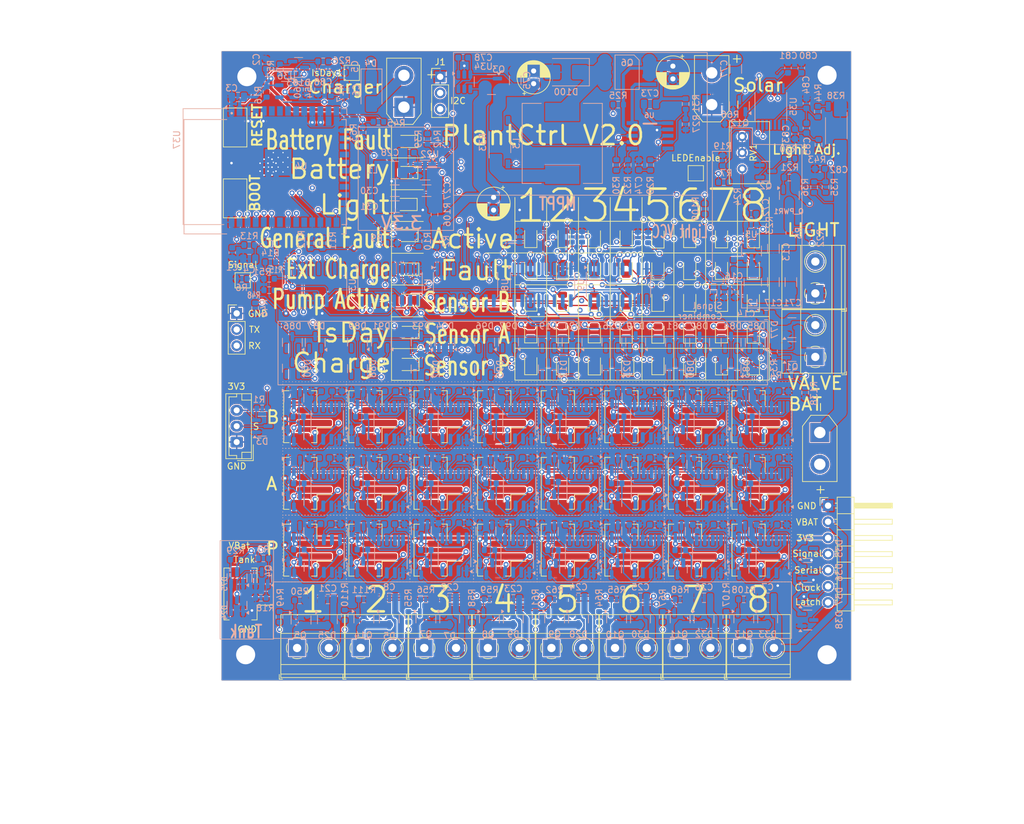
<source format=kicad_pcb>
(kicad_pcb
	(version 20240108)
	(generator "pcbnew")
	(generator_version "8.0")
	(general
		(thickness 1.6)
		(legacy_teardrops no)
	)
	(paper "A4")
	(layers
		(0 "F.Cu" signal)
		(1 "In1.Cu" signal)
		(2 "In2.Cu" signal)
		(31 "B.Cu" signal)
		(32 "B.Adhes" user "B.Adhesive")
		(33 "F.Adhes" user "F.Adhesive")
		(34 "B.Paste" user)
		(35 "F.Paste" user)
		(36 "B.SilkS" user "B.Silkscreen")
		(37 "F.SilkS" user "F.Silkscreen")
		(38 "B.Mask" user)
		(39 "F.Mask" user)
		(40 "Dwgs.User" user "User.Drawings")
		(41 "Cmts.User" user "User.Comments")
		(42 "Eco1.User" user "User.Eco1")
		(43 "Eco2.User" user "User.Eco2")
		(44 "Edge.Cuts" user)
		(45 "Margin" user)
		(46 "B.CrtYd" user "B.Courtyard")
		(47 "F.CrtYd" user "F.Courtyard")
		(48 "B.Fab" user)
		(49 "F.Fab" user)
	)
	(setup
		(stackup
			(layer "F.SilkS"
				(type "Top Silk Screen")
			)
			(layer "F.Paste"
				(type "Top Solder Paste")
			)
			(layer "F.Mask"
				(type "Top Solder Mask")
				(thickness 0.01)
			)
			(layer "F.Cu"
				(type "copper")
				(thickness 0.035)
			)
			(layer "dielectric 1"
				(type "prepreg")
				(thickness 0.1)
				(material "FR4")
				(epsilon_r 4.5)
				(loss_tangent 0.02)
			)
			(layer "In1.Cu"
				(type "copper")
				(thickness 0.035)
			)
			(layer "dielectric 2"
				(type "core")
				(thickness 1.24)
				(material "FR4")
				(epsilon_r 4.5)
				(loss_tangent 0.02)
			)
			(layer "In2.Cu"
				(type "copper")
				(thickness 0.035)
			)
			(layer "dielectric 3"
				(type "prepreg")
				(thickness 0.1)
				(material "FR4")
				(epsilon_r 4.5)
				(loss_tangent 0.02)
			)
			(layer "B.Cu"
				(type "copper")
				(thickness 0.035)
			)
			(layer "B.Mask"
				(type "Bottom Solder Mask")
				(thickness 0.01)
			)
			(layer "B.Paste"
				(type "Bottom Solder Paste")
			)
			(layer "B.SilkS"
				(type "Bottom Silk Screen")
			)
			(copper_finish "HAL lead-free")
			(dielectric_constraints no)
		)
		(pad_to_mask_clearance 0.05)
		(allow_soldermask_bridges_in_footprints no)
		(aux_axis_origin 68.58 26.67)
		(grid_origin 68.58 26.67)
		(pcbplotparams
			(layerselection 0x003ffff_ffffffff)
			(plot_on_all_layers_selection 0x0000000_00000000)
			(disableapertmacros no)
			(usegerberextensions no)
			(usegerberattributes no)
			(usegerberadvancedattributes no)
			(creategerberjobfile no)
			(dashed_line_dash_ratio 12.000000)
			(dashed_line_gap_ratio 3.000000)
			(svgprecision 4)
			(plotframeref no)
			(viasonmask no)
			(mode 1)
			(useauxorigin no)
			(hpglpennumber 1)
			(hpglpenspeed 20)
			(hpglpendiameter 15.000000)
			(pdf_front_fp_property_popups yes)
			(pdf_back_fp_property_popups yes)
			(dxfpolygonmode yes)
			(dxfimperialunits yes)
			(dxfusepcbnewfont yes)
			(psnegative no)
			(psa4output no)
			(plotreference yes)
			(plotvalue yes)
			(plotfptext yes)
			(plotinvisibletext no)
			(sketchpadsonfab no)
			(subtractmaskfromsilk no)
			(outputformat 1)
			(mirror no)
			(drillshape 0)
			(scaleselection 1)
			(outputdirectory "gerber/")
		)
	)
	(net 0 "")
	(net 1 "EN")
	(net 2 "VBAT")
	(net 3 "GND")
	(net 4 "Net-(S_A_1-Pin_1)")
	(net 5 "Net-(U10-CV)")
	(net 6 "Net-(D12-A)")
	(net 7 "unconnected-(D12-K-Pad2)")
	(net 8 "3_3V")
	(net 9 "Temp")
	(net 10 "unconnected-(D19-K-Pad2)")
	(net 11 "Net-(S_B_1-Pin_1)")
	(net 12 "Net-(D21-A)")
	(net 13 "Net-(U22-BST)")
	(net 14 "Net-(PUMP2-Pin_1)")
	(net 15 "PUMP_ENABLE")
	(net 16 "TANK_SENSOR")
	(net 17 "Net-(PUMP3-Pin_1)")
	(net 18 "Net-(PUMP4-Pin_1)")
	(net 19 "Net-(PUMP1-Pin_1)")
	(net 20 "Net-(PUMP5-Pin_1)")
	(net 21 "Net-(PUMP6-Pin_1)")
	(net 22 "Net-(PUMP7-Pin_1)")
	(net 23 "Net-(PUMP8-Pin_1)")
	(net 24 "SerialOut")
	(net 25 "Clock")
	(net 26 "Latch")
	(net 27 "Net-(Q1-G)")
	(net 28 "unconnected-(D21-K-Pad2)")
	(net 29 "ESP_RX")
	(net 30 "ESP_TX")
	(net 31 "Net-(Boot1-Pad2)")
	(net 32 "SDA")
	(net 33 "SCL")
	(net 34 "unconnected-(D23-K-Pad2)")
	(net 35 "Net-(D26-A)")
	(net 36 "Net-(D10-K)")
	(net 37 "Net-(Q5-G)")
	(net 38 "unconnected-(D26-K-Pad2)")
	(net 39 "Net-(Q7-G)")
	(net 40 "Net-(Q8-G)")
	(net 41 "Net-(Q9-G)")
	(net 42 "Net-(Q10-G)")
	(net 43 "Net-(Q11-G)")
	(net 44 "Net-(Q4-G)")
	(net 45 "Net-(Q13-G)")
	(net 46 "Net-(Q14-G)")
	(net 47 "Net-(D78-A)")
	(net 48 "Net-(D79-A)")
	(net 49 "Net-(C5-Pad2)")
	(net 50 "unconnected-(D79-K-Pad2)")
	(net 51 "Net-(U11-CV)")
	(net 52 "Net-(D19-A)")
	(net 53 "PUMP1")
	(net 54 "Net-(D23-A)")
	(net 55 "PUMP3")
	(net 56 "Net-(D80-A)")
	(net 57 "Net-(R14-Pad2)")
	(net 58 "PUMP4")
	(net 59 "PUMP5")
	(net 60 "PUMP6")
	(net 61 "PUMP7")
	(net 62 "PUMP8")
	(net 63 "PUMP2")
	(net 64 "unconnected-(U4-SENSOR_VP-Pad4)")
	(net 65 "unconnected-(U4-IO34-Pad6)")
	(net 66 "unconnected-(U4-IO35-Pad7)")
	(net 67 "Net-(D78-K)")
	(net 68 "unconnected-(U4-IO14-Pad13)")
	(net 69 "unconnected-(U4-IO12-Pad14)")
	(net 70 "unconnected-(D80-K-Pad2)")
	(net 71 "unconnected-(U4-SHD{slash}SD2-Pad17)")
	(net 72 "unconnected-(U4-SWP{slash}SD3-Pad18)")
	(net 73 "unconnected-(U4-SCS{slash}CMD-Pad19)")
	(net 74 "unconnected-(U4-SCK{slash}CLK-Pad20)")
	(net 75 "unconnected-(U4-SDO{slash}SD0-Pad21)")
	(net 76 "unconnected-(U4-SDI{slash}SD1-Pad22)")
	(net 77 "unconnected-(U4-IO15-Pad23)")
	(net 78 "unconnected-(U4-IO5-Pad29)")
	(net 79 "SIGNAL")
	(net 80 "SerialIn")
	(net 81 "unconnected-(U4-NC-Pad32)")
	(net 82 "SENSOR1_PUMP_END")
	(net 83 "SENSOR1_A")
	(net 84 "SENSOR1_B")
	(net 85 "SENSOR2_PUMP_END")
	(net 86 "SENSOR2_A")
	(net 87 "SENSOR2_B")
	(net 88 "SENSOR3_PUMP_END")
	(net 89 "SENSOR3_A")
	(net 90 "SENSOR3_B")
	(net 91 "SENSOR4_PUMP_END")
	(net 92 "SENSOR4_A")
	(net 93 "SENSOR4_B")
	(net 94 "SENSOR5_PUMP_END")
	(net 95 "SENSOR5_A")
	(net 96 "SENSOR5_B")
	(net 97 "SENSOR6_PUMP_END")
	(net 98 "SENSOR6_A")
	(net 99 "SENSOR6_B")
	(net 100 "SENSOR7_PUMP_END")
	(net 101 "SENSOR7_A")
	(net 102 "SENSOR7_B")
	(net 103 "SENSOR8_PUMP_END")
	(net 104 "SENSOR8_A")
	(net 105 "SENSOR8_B")
	(net 106 "Net-(D10-A)")
	(net 107 "Net-(D2-K)")
	(net 108 "Net-(S_P_2-Pin_1)")
	(net 109 "Net-(U12-CV)")
	(net 110 "Net-(S_A_2-Pin_1)")
	(net 111 "Net-(U13-CV)")
	(net 112 "Net-(U2-CV)")
	(net 113 "Net-(S_B_2-Pin_1)")
	(net 114 "Net-(U14-CV)")
	(net 115 "Net-(S_P_3-Pin_1)")
	(net 116 "Net-(U15-CV)")
	(net 117 "Net-(S_A_3-Pin_1)")
	(net 118 "Net-(U16-CV)")
	(net 119 "Net-(S_B_3-Pin_1)")
	(net 120 "Net-(U17-CV)")
	(net 121 "Net-(S_P_4-Pin_1)")
	(net 122 "Net-(U18-CV)")
	(net 123 "Net-(S_A_4-Pin_1)")
	(net 124 "Net-(U19-CV)")
	(net 125 "Net-(S_B_4-Pin_1)")
	(net 126 "Net-(U20-CV)")
	(net 127 "Net-(S_P_5-Pin_1)")
	(net 128 "Net-(U21-CV)")
	(net 129 "Net-(S_A_5-Pin_1)")
	(net 130 "Net-(U23-CV)")
	(net 131 "Net-(P_FAULT1-K)")
	(net 132 "Net-(P_FAULT2-K)")
	(net 133 "Net-(P_FAULT3-K)")
	(net 134 "Net-(P_FAULT4-K)")
	(net 135 "Net-(P_FAULT5-K)")
	(net 136 "Net-(P_FAULT6-K)")
	(net 137 "Net-(P_FAULT7-K)")
	(net 138 "Net-(P_FAULT8-K)")
	(net 139 "Net-(S_B_5-Pin_1)")
	(net 140 "Net-(U24-CV)")
	(net 141 "Net-(S_P_6-Pin_1)")
	(net 142 "Net-(U25-CV)")
	(net 143 "Net-(S_A_6-Pin_1)")
	(net 144 "Net-(U26-CV)")
	(net 145 "Net-(S_B_6-Pin_1)")
	(net 146 "Net-(U27-CV)")
	(net 147 "Net-(S_P_7-Pin_1)")
	(net 148 "Net-(U28-CV)")
	(net 149 "Net-(S_A_7-Pin_1)")
	(net 150 "Net-(U29-CV)")
	(net 151 "Net-(S_B_7-Pin_1)")
	(net 152 "Net-(U30-CV)")
	(net 153 "Net-(S_P_8-Pin_1)")
	(net 154 "Net-(U31-CV)")
	(net 155 "Net-(S_A_8-Pin_1)")
	(net 156 "Net-(U32-CV)")
	(net 157 "Net-(S_B_8-Pin_1)")
	(net 158 "Net-(U33-CV)")
	(net 159 "Net-(S_P_1-Pin_1)")
	(net 160 "Net-(S_P_1-Pin_2)")
	(net 161 "Net-(S_A_1-Pin_2)")
	(net 162 "Net-(S_B_1-Pin_2)")
	(net 163 "Net-(S_P_2-Pin_2)")
	(net 164 "Net-(S_A_2-Pin_2)")
	(net 165 "Net-(S_B_2-Pin_2)")
	(net 166 "Net-(S_P_3-Pin_2)")
	(net 167 "Net-(S_A_3-Pin_2)")
	(net 168 "Net-(S_B_3-Pin_2)")
	(net 169 "Net-(S_P_4-Pin_2)")
	(net 170 "Net-(S_A_4-Pin_2)")
	(net 171 "Net-(S_B_4-Pin_2)")
	(net 172 "Net-(S_P_5-Pin_2)")
	(net 173 "Net-(S_A_5-Pin_2)")
	(net 174 "Net-(S_B_5-Pin_2)")
	(net 175 "Net-(S_P_6-Pin_2)")
	(net 176 "Net-(S_A_6-Pin_2)")
	(net 177 "Net-(S_B_6-Pin_2)")
	(net 178 "Net-(S_P_7-Pin_2)")
	(net 179 "Net-(S_A_7-Pin_2)")
	(net 180 "Net-(S_B_7-Pin_2)")
	(net 181 "Net-(S_P_8-Pin_2)")
	(net 182 "Net-(S_A_8-Pin_2)")
	(net 183 "Net-(S_B_8-Pin_2)")
	(net 184 "Net-(D81-A)")
	(net 185 "unconnected-(D81-K-Pad2)")
	(net 186 "Net-(D82-A)")
	(net 187 "unconnected-(D82-K-Pad2)")
	(net 188 "Net-(D83-A)")
	(net 189 "unconnected-(D83-K-Pad2)")
	(net 190 "Net-(D84-A)")
	(net 191 "unconnected-(D84-K-Pad2)")
	(net 192 "Net-(D85-A)")
	(net 193 "unconnected-(D85-K-Pad2)")
	(net 194 "Net-(D86-A)")
	(net 195 "unconnected-(D86-K-Pad2)")
	(net 196 "Net-(D87-A)")
	(net 197 "unconnected-(D87-K-Pad2)")
	(net 198 "Net-(D88-A)")
	(net 199 "unconnected-(D88-K-Pad2)")
	(net 200 "Net-(D89-A)")
	(net 201 "unconnected-(D89-K-Pad2)")
	(net 202 "Net-(D90-A)")
	(net 203 "unconnected-(D90-K-Pad2)")
	(net 204 "Net-(D91-A)")
	(net 205 "unconnected-(D91-K-Pad2)")
	(net 206 "Net-(D92-A)")
	(net 207 "unconnected-(D92-K-Pad2)")
	(net 208 "unconnected-(U2-DIS-Pad7)")
	(net 209 "unconnected-(U10-DIS-Pad7)")
	(net 210 "unconnected-(U11-DIS-Pad7)")
	(net 211 "unconnected-(U12-DIS-Pad7)")
	(net 212 "unconnected-(U13-DIS-Pad7)")
	(net 213 "unconnected-(U14-DIS-Pad7)")
	(net 214 "unconnected-(U15-DIS-Pad7)")
	(net 215 "unconnected-(U16-DIS-Pad7)")
	(net 216 "unconnected-(U17-DIS-Pad7)")
	(net 217 "unconnected-(U18-DIS-Pad7)")
	(net 218 "unconnected-(U19-DIS-Pad7)")
	(net 219 "unconnected-(U20-DIS-Pad7)")
	(net 220 "unconnected-(U21-DIS-Pad7)")
	(net 221 "unconnected-(U23-DIS-Pad7)")
	(net 222 "unconnected-(U24-DIS-Pad7)")
	(net 223 "unconnected-(U25-DIS-Pad7)")
	(net 224 "unconnected-(U26-DIS-Pad7)")
	(net 225 "unconnected-(U27-DIS-Pad7)")
	(net 226 "unconnected-(U28-DIS-Pad7)")
	(net 227 "unconnected-(U29-DIS-Pad7)")
	(net 228 "unconnected-(U30-DIS-Pad7)")
	(net 229 "unconnected-(U31-DIS-Pad7)")
	(net 230 "unconnected-(U32-DIS-Pad7)")
	(net 231 "unconnected-(U33-DIS-Pad7)")
	(net 232 "IsDay")
	(net 233 "S_VIN")
	(net 234 "Net-(D93-A)")
	(net 235 "unconnected-(D93-K-Pad2)")
	(net 236 "Net-(D94-A)")
	(net 237 "unconnected-(D94-K-Pad2)")
	(net 238 "Net-(D95-A)")
	(net 239 "unconnected-(D95-K-Pad2)")
	(net 240 "Net-(D96-A)")
	(net 241 "unconnected-(D96-K-Pad2)")
	(net 242 "Net-(D97-A)")
	(net 243 "unconnected-(D97-K-Pad2)")
	(net 244 "Net-(P_FAULT1-A)")
	(net 245 "Net-(P_FAULT2-A)")
	(net 246 "Net-(P_FAULT3-A)")
	(net 247 "Net-(P_FAULT4-A)")
	(net 248 "Net-(P_FAULT5-A)")
	(net 249 "Net-(P_FAULT6-A)")
	(net 250 "Net-(P_FAULT7-A)")
	(net 251 "Net-(P_FAULT8-A)")
	(net 252 "5K_VBAT")
	(net 253 "1K_GND")
	(net 254 "Net-(U1-QH')")
	(net 255 "Net-(U3-QH')")
	(net 256 "Net-(U7-QH')")
	(net 257 "Net-(U8-QH')")
	(net 258 "/Light_In")
	(net 259 "Net-(U5-BST)")
	(net 260 "Net-(Q2-G)")
	(net 261 "Net-(Q2-D)")
	(net 262 "Net-(Q_PWR1-G)")
	(net 263 "Net-(Q_PWR1-D)")
	(net 264 "LED_ENABLE")
	(net 265 "Net-(I2C3-A)")
	(net 266 "Net-(R24-Pad2)")
	(net 267 "Net-(U5-FB)")
	(net 268 "/Light+")
	(net 269 "Net-(U6-VG)")
	(net 270 "Net-(C74-Pad1)")
	(net 271 "Net-(D98-K)")
	(net 272 "Net-(D98-A)")
	(net 273 "Net-(D100-K)")
	(net 274 "Net-(L3-Pad2)")
	(net 275 "Net-(Q6-G)")
	(net 276 "Net-(U6-MPPT)")
	(net 277 "Net-(U6-COM)")
	(net 278 "Net-(U6-BAT)")
	(net 279 "Net-(U6-FB)")
	(net 280 "Net-(U6-CSP)")
	(net 281 "/3_3IN")
	(net 282 "/Light_cool")
	(net 283 "/3_3V_cool")
	(net 284 "Net-(Q3-S)")
	(net 285 "Net-(U34-VCAP)")
	(net 286 "Net-(Q3-G)")
	(net 287 "Net-(J3-Pin_1)")
	(net 288 "ENABLE_TANK")
	(net 289 "Net-(battery1-Pin_1)")
	(net 290 "Net-(U35-BAT)")
	(net 291 "Net-(U35-SRP)")
	(net 292 "Net-(U35-SRN)")
	(net 293 "Net-(D76-K)")
	(net 294 "Net-(D76-A)")
	(net 295 "unconnected-(U4-IO32-Pad8)")
	(net 296 "Net-(D13-A)")
	(net 297 "Net-(R38-Pad2)")
	(net 298 "Net-(R38-Pad3)")
	(net 299 "BAT_LED")
	(net 300 "BAT_ALERT")
	(net 301 "unconnected-(U35-P6{slash}TS-Pad11)")
	(net 302 "unconnected-(U35-P5{slash}HDQ-Pad12)")
	(net 303 "REG25")
	(net 304 "unconnected-(U4-IO33-Pad9)")
	(net 305 "Net-(C88-Pad1)")
	(net 306 "Net-(U36-+)")
	(net 307 "Net-(U36--)")
	(net 308 "Net-(D11-A)")
	(net 309 "unconnected-(U37-IO4-Pad4)")
	(net 310 "unconnected-(U37-IO6-Pad6)")
	(net 311 "unconnected-(U37-IO21-Pad19)")
	(net 312 "unconnected-(U37-NC-Pad22)")
	(net 313 "unconnected-(U37-IO7-Pad7)")
	(net 314 "unconnected-(U37-IO1-Pad9)")
	(net 315 "unconnected-(U37-IO13-Pad14)")
	(net 316 "unconnected-(U37-IO0-Pad8)")
	(net 317 "unconnected-(U37-IO12-Pad13)")
	(net 318 "Net-(U37-IO8)")
	(net 319 "unconnected-(U4-IO25-Pad10)")
	(net 320 "BOOT_SEL")
	(net 321 "WARN_LED")
	(footprint "Button_Switch_SMD:SW_SPST_CK_RS282G05A3" (layer "F.Cu") (at 172.33 52.67 90))
	(footprint "LED_SMD:LED_0805_2012Metric" (layer "F.Cu") (at 228.83 84.8825 90))
	(footprint "LED_SMD:LED_0805_2012Metric" (layer "F.Cu") (at 233.83 79.8825 90))
	(footprint "Connector_AMASS:AMASS_XT30UPB-M_1x02_P5.0mm_Vertical" (layer "F.Cu") (at 247.28 49.07 90))
	(footprint "LED_SMD:LED_0805_2012Metric" (layer "F.Cu") (at 199.53 74.9575 180))
	(footprint "Button_Switch_SMD:SW_SPST_CK_RS282G05A3" (layer "F.Cu") (at 172.33 63.82 -90))
	(footprint "LED_SMD:LED_0805_2012Metric" (layer "F.Cu") (at 218.83 74.8825 90))
	(footprint "Connector_JST:JST_PH_B2B-PH-SM4-TB_1x02-1MP_P2.00mm_Vertical" (layer "F.Cu") (at 224.83 119.17 90))
	(footprint "LED_SMD:LED_0805_2012Metric" (layer "F.Cu") (at 228.83 74.92 90))
	(footprint "Connector_JST:JST_PH_B2B-PH-SM4-TB_1x02-1MP_P2.00mm_Vertical" (layer "F.Cu") (at 244.83 98.17 90))
	(footprint "LED_SMD:LED_0805_2012Metric" (layer "F.Cu") (at 218.83 79.8825 90))
	(footprint "Connector_AMASS:AMASS_XT30UPB-F_1x02_P5.0mm_Vertical" (layer "F.Cu") (at 264.28 100.67 -90))
	(footprint "LED_SMD:LED_0805_2012Metric" (layer "F.Cu") (at 223.83 79.92 90))
	(footprint "Connector_JST:JST_PH_B2B-PH-SM4-TB_1x02-1MP_P2.00mm_Vertical" (layer "F.Cu") (at 254.83 108.67 90))
	(footprint "TerminalBlock_Phoenix:TerminalBlock_Phoenix_MKDS-1,5-2_1x02_P5.00mm_Horizontal" (layer "F.Cu") (at 232.08 134.575))
	(footprint "TerminalBlock_Phoenix:TerminalBlock_Phoenix_MKDS-1,5-2_1x02_P5.00mm_Horizontal" (layer "F.Cu") (at 242.08 134.575))
	(footprint "TerminalBlock_Phoenix:TerminalBlock_Phoenix_MKDS-1,5-2_1x02_P5.00mm_Horizontal" (layer "F.Cu") (at 263.58 88.77 90))
	(footprint "Connector_JST:JST_PH_B2B-PH-SM4-TB_1x02-1MP_P2.00mm_Vertical" (layer "F.Cu") (at 194.58 98.17 90))
	(footprint "Connector_JST:JST_EH_B3B-EH-A_1x03_P2.50mm_Vertical" (layer "F.Cu") (at 172.58 102.17 90))
	(footprint "LED_SMD:LED_0805_2012Metric" (layer "F.Cu") (at 238.83 84.92 90))
	(footprint "LED_SMD:LED_0805_2012Metric" (layer "F.Cu") (at 199.43 69.6575 180))
	(footprint "Connector_PinHeader_2.54mm:PinHeader_1x07_P2.54mm_Horizontal" (layer "F.Cu") (at 265.58 112.17))
	(footprint "LED_SMD:LED_0805_2012Metric" (layer "F.Cu") (at 243.83 69.8825 90))
	(footprint "Connector_JST:JST_PH_B2B-PH-SM4-TB_1x02-1MP_P2.00mm_Vertical" (layer "F.Cu") (at 244.83 119.17 90))
	(footprint "LED_SMD:LED_0805_2012Metric" (layer "F.Cu") (at 233.83 74.8825 90))
	(footprint "LED_SMD:LED_0805_2012Metric" (layer "F.Cu") (at 233.83 84.92 90))
	(footprint "LED_SMD:LED_0805_2012Metric" (layer "F.Cu") (at 243.83 74.92 90))
	(footprint "Connector_JST:JST_PH_B2B-PH-SM4-TB_1x02-1MP_P2.00mm_Vertical" (layer "F.Cu") (at 224.83 108.67 90))
	(footprint "LED_SMD:LED_0805_2012Metric"
		(layer "F.Cu")
		(uuid "4c479e26-796e-4f54-8012-43ad057b833d")
		(at 218.83 84.8825 90)
		(descr "LED SMD 0805 (2012 Metric), square (rectangular) end terminal, IPC_7351 nominal, (Body size source: https://docs.google.com/spreadsheets/d/1BsfQQcO9C6DZCsRaXUlFlo91Tg2WpOkGARC1WS5S8t0/edit?usp=sharing), generated with kicad-footprint-generator")
		(tags "LED")
		(property "Reference" "SD25"
			(at 0 -1.65 90)
			(layer "F.SilkS")
			(hide yes)
			(uuid "d4917758-accb-4d6b-bab9-f5d9896a888e")
			(effects
				(font
					(size 1 1)
					(thickness 0.15)
				)
			)
		)
		(property "Value" "GREEN"
			(at 0 1.65 90)
			(layer "F.Fab")
			(uuid "73a5edd2-490b-4b43-b916-be894390071c")
			(effects
				(font
					(size 1 1)
					(thickness 0.15)
				)
			)
		)
		(property "Footprint" "LED_SMD:LED_0805_2012Metric"
			(at 0 0 90)
			(unlocked yes)
			(layer "F.Fab")
			(hide yes)
			(uuid "1c34d995-72dd-4eee-aa20-1f849fe611be")
			(effects
				(font
					(size 1.27 1.27)
				)
			)
		)
		(property "Datasheet" ""
			(at 0 0 90)
			(unlocked yes)
			(layer "F.Fab")
			(hide yes)
			(uuid "bc675de7-55de-4a49-996e-63e330374b26")
			(effects
				(font
					(size 1.27 1.27)
				)
			)
		)
		(property "Description" ""
			(at 0 0 90)
			(unlocked yes)
			(layer "F.Fab")
			(hide yes)
			(uuid "ddabf0b0-d02a-462c-add3-82694d43f859")
			(effects
				(font
					(size 1.27 1.27)
				)
			)
		)
		(property ki_fp_filters "LED* LED_SMD:* LED_THT:*")
		(path "/9fe6415d-ca9c-410e-94c7-c0f616fc35fe")
		(sheetname "Root")
		(sheetfi
... [5619239 chars truncated]
</source>
